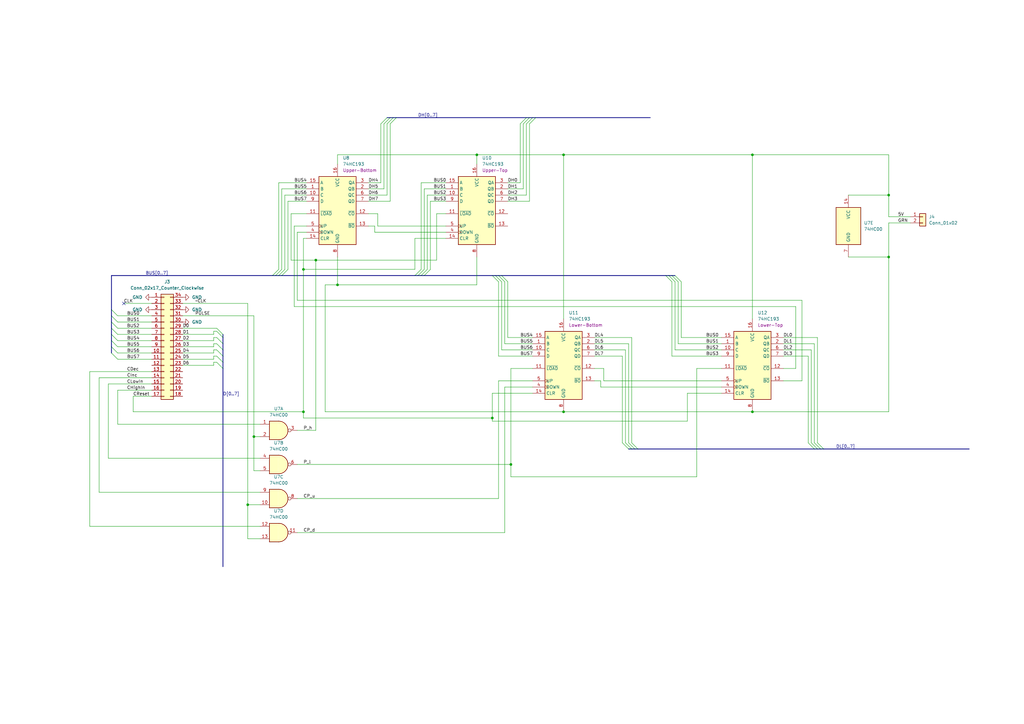
<source format=kicad_sch>
(kicad_sch (version 20250114) (generator "eeschema") (generator_version "9.0")
  (paper "A3")
  (lib_symbols
    (symbol "74xx:74HC00" (pin_names (offset 1.016))
      (property "Reference" "U" (at 0 1.27 0))
      (property "Value" "74HC00" (at 0 -1.27 0))
      (symbol "74HC00_1_1"
        (arc (start 0 3.81) (mid 3.7934 0) (end 0 -3.81) (stroke (width 0.254)) (fill (type background)))
        (polyline (pts (xy 0 3.81) (xy -3.81 3.81) (xy -3.81 -3.81) (xy 0 -3.81)) (stroke (width 0.254)) (fill (type background)))
        (pin input line (at -7.62 2.54 0) (length 3.81) (name "~") (number "1"))
        (pin input line (at -7.62 -2.54 0) (length 3.81) (name "~") (number "2"))
        (pin output inverted (at 7.62 0 180) (length 3.81) (name "~") (number "3"))
      )
      (symbol "74HC00_1_2"
        (arc (start -3.81 3.81) (mid -2.589 0) (end -3.81 -3.81) (stroke (width 0.254)))
        (polyline (pts (xy -3.81 3.81) (xy -0.635 3.81)) (stroke (width 0.254)) (fill (type background)))
        (polyline (pts (xy -3.81 -3.81) (xy -0.635 -3.81)) (stroke (width 0.254)) (fill (type background)))
        (arc (start 3.81 0) (mid 2.1855 -2.584) (end -0.6096 -3.81) (stroke (width 0.254)) (fill (type background)))
        (arc (start -0.6096 3.81) (mid 2.1928 2.5924) (end 3.81 0) (stroke (width 0.254)) (fill (type background)))
        (polyline (pts (xy -0.635 3.81) (xy -3.81 3.81) (xy -3.81 3.81) (xy -3.556 3.4036) (xy -3.0226 2.2606) (xy -2.6924 1.0414) (xy -2.6162 -0.254) (xy -2.7686 -1.4986) (xy -3.175 -2.7178) (xy -3.81 -3.81) (xy -3.81 -3.81) (xy -0.635 -3.81)) (stroke (width -25.4)) (fill (type background)))
        (pin input inverted (at -7.62 2.54 0) (length 4.318) (name "~") (number "1"))
        (pin input inverted (at -7.62 -2.54 0) (length 4.318) (name "~") (number "2"))
        (pin output line (at 7.62 0 180) (length 3.81) (name "~") (number "3"))
      )
      (symbol "74HC00_2_1"
        (arc (start 0 3.81) (mid 3.7934 0) (end 0 -3.81) (stroke (width 0.254)) (fill (type background)))
        (polyline (pts (xy 0 3.81) (xy -3.81 3.81) (xy -3.81 -3.81) (xy 0 -3.81)) (stroke (width 0.254)) (fill (type background)))
        (pin input line (at -7.62 2.54 0) (length 3.81) (name "~") (number "4"))
        (pin input line (at -7.62 -2.54 0) (length 3.81) (name "~") (number "5"))
        (pin output inverted (at 7.62 0 180) (length 3.81) (name "~") (number "6"))
      )
      (symbol "74HC00_2_2"
        (arc (start -3.81 3.81) (mid -2.589 0) (end -3.81 -3.81) (stroke (width 0.254)))
        (polyline (pts (xy -3.81 3.81) (xy -0.635 3.81)) (stroke (width 0.254)) (fill (type background)))
        (polyline (pts (xy -3.81 -3.81) (xy -0.635 -3.81)) (stroke (width 0.254)) (fill (type background)))
        (arc (start 3.81 0) (mid 2.1855 -2.584) (end -0.6096 -3.81) (stroke (width 0.254)) (fill (type background)))
        (arc (start -0.6096 3.81) (mid 2.1928 2.5924) (end 3.81 0) (stroke (width 0.254)) (fill (type background)))
        (polyline (pts (xy -0.635 3.81) (xy -3.81 3.81) (xy -3.81 3.81) (xy -3.556 3.4036) (xy -3.0226 2.2606) (xy -2.6924 1.0414) (xy -2.6162 -0.254) (xy -2.7686 -1.4986) (xy -3.175 -2.7178) (xy -3.81 -3.81) (xy -3.81 -3.81) (xy -0.635 -3.81)) (stroke (width -25.4)) (fill (type background)))
        (pin input inverted (at -7.62 2.54 0) (length 4.318) (name "~") (number "4"))
        (pin input inverted (at -7.62 -2.54 0) (length 4.318) (name "~") (number "5"))
        (pin output line (at 7.62 0 180) (length 3.81) (name "~") (number "6"))
      )
      (symbol "74HC00_3_1"
        (arc (start 0 3.81) (mid 3.7934 0) (end 0 -3.81) (stroke (width 0.254)) (fill (type background)))
        (polyline (pts (xy 0 3.81) (xy -3.81 3.81) (xy -3.81 -3.81) (xy 0 -3.81)) (stroke (width 0.254)) (fill (type background)))
        (pin input line (at -7.62 2.54 0) (length 3.81) (name "~") (number "9"))
        (pin input line (at -7.62 -2.54 0) (length 3.81) (name "~") (number "10"))
        (pin output inverted (at 7.62 0 180) (length 3.81) (name "~") (number "8"))
      )
      (symbol "74HC00_3_2"
        (arc (start -3.81 3.81) (mid -2.589 0) (end -3.81 -3.81) (stroke (width 0.254)))
        (polyline (pts (xy -3.81 3.81) (xy -0.635 3.81)) (stroke (width 0.254)) (fill (type background)))
        (polyline (pts (xy -3.81 -3.81) (xy -0.635 -3.81)) (stroke (width 0.254)) (fill (type background)))
        (arc (start 3.81 0) (mid 2.1855 -2.584) (end -0.6096 -3.81) (stroke (width 0.254)) (fill (type background)))
        (arc (start -0.6096 3.81) (mid 2.1928 2.5924) (end 3.81 0) (stroke (width 0.254)) (fill (type background)))
        (polyline (pts (xy -0.635 3.81) (xy -3.81 3.81) (xy -3.81 3.81) (xy -3.556 3.4036) (xy -3.0226 2.2606) (xy -2.6924 1.0414) (xy -2.6162 -0.254) (xy -2.7686 -1.4986) (xy -3.175 -2.7178) (xy -3.81 -3.81) (xy -3.81 -3.81) (xy -0.635 -3.81)) (stroke (width -25.4)) (fill (type background)))
        (pin input inverted (at -7.62 2.54 0) (length 4.318) (name "~") (number "9"))
        (pin input inverted (at -7.62 -2.54 0) (length 4.318) (name "~") (number "10"))
        (pin output line (at 7.62 0 180) (length 3.81) (name "~") (number "8"))
      )
      (symbol "74HC00_4_1"
        (arc (start 0 3.81) (mid 3.7934 0) (end 0 -3.81) (stroke (width 0.254)) (fill (type background)))
        (polyline (pts (xy 0 3.81) (xy -3.81 3.81) (xy -3.81 -3.81) (xy 0 -3.81)) (stroke (width 0.254)) (fill (type background)))
        (pin input line (at -7.62 2.54 0) (length 3.81) (name "~") (number "12"))
        (pin input line (at -7.62 -2.54 0) (length 3.81) (name "~") (number "13"))
        (pin output inverted (at 7.62 0 180) (length 3.81) (name "~") (number "11"))
      )
      (symbol "74HC00_4_2"
        (arc (start -3.81 3.81) (mid -2.589 0) (end -3.81 -3.81) (stroke (width 0.254)))
        (polyline (pts (xy -3.81 3.81) (xy -0.635 3.81)) (stroke (width 0.254)) (fill (type background)))
        (polyline (pts (xy -3.81 -3.81) (xy -0.635 -3.81)) (stroke (width 0.254)) (fill (type background)))
        (arc (start 3.81 0) (mid 2.1855 -2.584) (end -0.6096 -3.81) (stroke (width 0.254)) (fill (type background)))
        (arc (start -0.6096 3.81) (mid 2.1928 2.5924) (end 3.81 0) (stroke (width 0.254)) (fill (type background)))
        (polyline (pts (xy -0.635 3.81) (xy -3.81 3.81) (xy -3.81 3.81) (xy -3.556 3.4036) (xy -3.0226 2.2606) (xy -2.6924 1.0414) (xy -2.6162 -0.254) (xy -2.7686 -1.4986) (xy -3.175 -2.7178) (xy -3.81 -3.81) (xy -3.81 -3.81) (xy -0.635 -3.81)) (stroke (width -25.4)) (fill (type background)))
        (pin input inverted (at -7.62 2.54 0) (length 4.318) (name "~") (number "12"))
        (pin input inverted (at -7.62 -2.54 0) (length 4.318) (name "~") (number "13"))
        (pin output line (at 7.62 0 180) (length 3.81) (name "~") (number "11"))
      )
      (symbol "74HC00_5_0"
        (pin power_in line (at 0 12.7 270) (length 5.08) (name "VCC") (number "14"))
        (pin power_in line (at 0 -12.7 90) (length 5.08) (name "GND") (number "7"))
      )
      (symbol "74HC00_5_1"
        (rectangle (start -5.08 7.62) (end 5.08 -7.62) (stroke (width 0.254)) (fill (type background)))
      )
    )
    (symbol "74xx:74HC193"
      (property "Reference" "U" (at -7.62 13.97 0))
      (property "Value" "74HC193" (at 5.08 13.97 0))
      (symbol "74HC193_1_0"
        (pin input line (at -12.7 10.16 0) (length 5.08) (name "A") (number "15"))
        (pin input line (at -12.7 7.62 0) (length 5.08) (name "B") (number "1"))
        (pin input line (at -12.7 5.08 0) (length 5.08) (name "C") (number "10"))
        (pin input line (at -12.7 2.54 0) (length 5.08) (name "D") (number "9"))
        (pin input line (at -12.7 -2.54 0) (length 5.08) (name "~{LOAD}") (number "11"))
        (pin input clock (at -12.7 -7.62 0) (length 5.08) (name "UP") (number "5"))
        (pin input clock (at -12.7 -10.16 0) (length 5.08) (name "DOWN") (number "4"))
        (pin input line (at -12.7 -12.7 0) (length 5.08) (name "CLR") (number "14"))
        (pin power_in line (at 0 17.78 270) (length 5.08) (name "VCC") (number "16"))
        (pin power_in line (at 0 -20.32 90) (length 5.08) (name "GND") (number "8"))
        (pin output line (at 12.7 10.16 180) (length 5.08) (name "QA") (number "3"))
        (pin output line (at 12.7 7.62 180) (length 5.08) (name "QB") (number "2"))
        (pin output line (at 12.7 5.08 180) (length 5.08) (name "QC") (number "6"))
        (pin output line (at 12.7 2.54 180) (length 5.08) (name "QD") (number "7"))
        (pin output line (at 12.7 -2.54 180) (length 5.08) (name "~{CO}") (number "12"))
        (pin output line (at 12.7 -7.62 180) (length 5.08) (name "~{BO}") (number "13"))
      )
      (symbol "74HC193_1_1"
        (rectangle (start -7.62 12.7) (end 7.62 -15.24) (stroke (width 0.254)) (fill (type background)))
      )
    )
    (symbol "Connector_Generic:Conn_01x02" (pin_names (offset 1.016) (hide yes))
      (property "Reference" "J" (at 0 2.54 0))
      (property "Value" "Conn_01x02" (at 0 -5.08 0))
      (symbol "Conn_01x02_1_1"
        (rectangle (start -1.27 1.27) (end 1.27 -3.81) (stroke (width 0.254)) (fill (type background)))
        (rectangle (start -1.27 0.127) (end 0 -0.127) (stroke (width 0.1524)))
        (rectangle (start -1.27 -2.413) (end 0 -2.667) (stroke (width 0.1524)))
        (pin passive line (at -5.08 0 0) (length 3.81) (name "Pin_1") (number "1"))
        (pin passive line (at -5.08 -2.54 0) (length 3.81) (name "Pin_2") (number "2"))
      )
    )
    (symbol "Connector_Generic:Conn_02x17_Counter_Clockwise" (pin_names (offset 1.016) (hide yes))
      (property "Reference" "J" (at 1.27 22.86 0))
      (property "Value" "Conn_02x17_Counter_Clockwise" (at 1.27 -22.86 0))
      (symbol "Conn_02x17_Counter_Clockwise_1_1"
        (rectangle (start -1.27 21.59) (end 3.81 -21.59) (stroke (width 0.254)) (fill (type background)))
        (rectangle (start -1.27 20.447) (end 0 20.193) (stroke (width 0.1524)))
        (rectangle (start -1.27 17.907) (end 0 17.653) (stroke (width 0.1524)))
        (rectangle (start -1.27 15.367) (end 0 15.113) (stroke (width 0.1524)))
        (rectangle (start -1.27 12.827) (end 0 12.573) (stroke (width 0.1524)))
        (rectangle (start -1.27 10.287) (end 0 10.033) (stroke (width 0.1524)))
        (rectangle (start -1.27 7.747) (end 0 7.493) (stroke (width 0.1524)))
        (rectangle (start -1.27 5.207) (end 0 4.953) (stroke (width 0.1524)))
        (rectangle (start -1.27 2.667) (end 0 2.413) (stroke (width 0.1524)))
        (rectangle (start -1.27 0.127) (end 0 -0.127) (stroke (width 0.1524)))
        (rectangle (start -1.27 -2.413) (end 0 -2.667) (stroke (width 0.1524)))
        (rectangle (start -1.27 -4.953) (end 0 -5.207) (stroke (width 0.1524)))
        (rectangle (start -1.27 -7.493) (end 0 -7.747) (stroke (width 0.1524)))
        (rectangle (start -1.27 -10.033) (end 0 -10.287) (stroke (width 0.1524)))
        (rectangle (start -1.27 -12.573) (end 0 -12.827) (stroke (width 0.1524)))
        (rectangle (start -1.27 -15.113) (end 0 -15.367) (stroke (width 0.1524)))
        (rectangle (start -1.27 -17.653) (end 0 -17.907) (stroke (width 0.1524)))
        (rectangle (start -1.27 -20.193) (end 0 -20.447) (stroke (width 0.1524)))
        (rectangle (start 3.81 20.447) (end 2.54 20.193) (stroke (width 0.1524)))
        (rectangle (start 3.81 17.907) (end 2.54 17.653) (stroke (width 0.1524)))
        (rectangle (start 3.81 15.367) (end 2.54 15.113) (stroke (width 0.1524)))
        (rectangle (start 3.81 12.827) (end 2.54 12.573) (stroke (width 0.1524)))
        (rectangle (start 3.81 10.287) (end 2.54 10.033) (stroke (width 0.1524)))
        (rectangle (start 3.81 7.747) (end 2.54 7.493) (stroke (width 0.1524)))
        (rectangle (start 3.81 5.207) (end 2.54 4.953) (stroke (width 0.1524)))
        (rectangle (start 3.81 2.667) (end 2.54 2.413) (stroke (width 0.1524)))
        (rectangle (start 3.81 0.127) (end 2.54 -0.127) (stroke (width 0.1524)))
        (rectangle (start 3.81 -2.413) (end 2.54 -2.667) (stroke (width 0.1524)))
        (rectangle (start 3.81 -4.953) (end 2.54 -5.207) (stroke (width 0.1524)))
        (rectangle (start 3.81 -7.493) (end 2.54 -7.747) (stroke (width 0.1524)))
        (rectangle (start 3.81 -10.033) (end 2.54 -10.287) (stroke (width 0.1524)))
        (rectangle (start 3.81 -12.573) (end 2.54 -12.827) (stroke (width 0.1524)))
        (rectangle (start 3.81 -15.113) (end 2.54 -15.367) (stroke (width 0.1524)))
        (rectangle (start 3.81 -17.653) (end 2.54 -17.907) (stroke (width 0.1524)))
        (rectangle (start 3.81 -20.193) (end 2.54 -20.447) (stroke (width 0.1524)))
        (pin passive line (at -5.08 20.32 0) (length 3.81) (name "Pin_1") (number "1"))
        (pin passive line (at -5.08 17.78 0) (length 3.81) (name "Pin_2") (number "2"))
        (pin passive line (at -5.08 15.24 0) (length 3.81) (name "Pin_3") (number "3"))
        (pin passive line (at -5.08 12.7 0) (length 3.81) (name "Pin_4") (number "4"))
        (pin passive line (at -5.08 10.16 0) (length 3.81) (name "Pin_5") (number "5"))
        (pin passive line (at -5.08 7.62 0) (length 3.81) (name "Pin_6") (number "6"))
        (pin passive line (at -5.08 5.08 0) (length 3.81) (name "Pin_7") (number "7"))
        (pin passive line (at -5.08 2.54 0) (length 3.81) (name "Pin_8") (number "8"))
        (pin passive line (at -5.08 0 0) (length 3.81) (name "Pin_9") (number "9"))
        (pin passive line (at -5.08 -2.54 0) (length 3.81) (name "Pin_10") (number "10"))
        (pin passive line (at -5.08 -5.08 0) (length 3.81) (name "Pin_11") (number "11"))
        (pin passive line (at -5.08 -7.62 0) (length 3.81) (name "Pin_12") (number "12"))
        (pin passive line (at -5.08 -10.16 0) (length 3.81) (name "Pin_13") (number "13"))
        (pin passive line (at -5.08 -12.7 0) (length 3.81) (name "Pin_14") (number "14"))
        (pin passive line (at -5.08 -15.24 0) (length 3.81) (name "Pin_15") (number "15"))
        (pin passive line (at -5.08 -17.78 0) (length 3.81) (name "Pin_16") (number "16"))
        (pin passive line (at -5.08 -20.32 0) (length 3.81) (name "Pin_17") (number "17"))
        (pin passive line (at 7.62 20.32 180) (length 3.81) (name "Pin_34") (number "34"))
        (pin passive line (at 7.62 17.78 180) (length 3.81) (name "Pin_33") (number "33"))
        (pin passive line (at 7.62 15.24 180) (length 3.81) (name "Pin_32") (number "32"))
        (pin passive line (at 7.62 12.7 180) (length 3.81) (name "Pin_31") (number "31"))
        (pin passive line (at 7.62 10.16 180) (length 3.81) (name "Pin_30") (number "30"))
        (pin passive line (at 7.62 7.62 180) (length 3.81) (name "Pin_29") (number "29"))
        (pin passive line (at 7.62 5.08 180) (length 3.81) (name "Pin_28") (number "28"))
        (pin passive line (at 7.62 2.54 180) (length 3.81) (name "Pin_27") (number "27"))
        (pin passive line (at 7.62 0 180) (length 3.81) (name "Pin_26") (number "26"))
        (pin passive line (at 7.62 -2.54 180) (length 3.81) (name "Pin_25") (number "25"))
        (pin passive line (at 7.62 -5.08 180) (length 3.81) (name "Pin_24") (number "24"))
        (pin passive line (at 7.62 -7.62 180) (length 3.81) (name "Pin_23") (number "23"))
        (pin passive line (at 7.62 -10.16 180) (length 3.81) (name "Pin_22") (number "22"))
        (pin passive line (at 7.62 -12.7 180) (length 3.81) (name "Pin_21") (number "21"))
        (pin passive line (at 7.62 -15.24 180) (length 3.81) (name "Pin_20") (number "20"))
        (pin passive line (at 7.62 -17.78 180) (length 3.81) (name "Pin_19") (number "19"))
        (pin passive line (at 7.62 -20.32 180) (length 3.81) (name "Pin_18") (number "18"))
      )
    )
    (symbol "power:GND" (power) (pin_numbers (hide yes)) (pin_names (offset 0) (hide yes))
      (property "Value" "GND" (at 0 -3.81 0))
      (symbol "GND_0_1"
        (polyline (pts (xy 0 0) (xy 0 -1.27) (xy 1.27 -1.27) (xy 0 -2.54) (xy -1.27 -1.27) (xy 0 -1.27)))
      )
      (symbol "GND_1_1"
        (pin power_in line (at 0 0 270) (length 0) (name "~") (number "1"))
      )
    )
  )
  (junction (at 308.61 63.5))
  (junction (at 101.6 207.01))
  (junction (at 201.93 171.45))
  (junction (at 124.46 110.49))
  (junction (at 364.49 105.41))
  (junction (at 104.14 179.07))
  (junction (at 364.49 80.01))
  (junction (at 195.58 63.5))
  (junction (at 129.54 106.68))
  (junction (at 308.61 168.91))
  (junction (at 138.43 116.84))
  (junction (at 231.14 63.5))
  (junction (at 209.55 190.5))
  (junction (at 124.46 168.91))
  (junction (at 231.14 168.91))
  (no_connect (at 50.8 124.46))
  (bus_entry (at 114.3 113.03) (size 2.54 -2.54))
  (bus_entry (at 113.03 113.03) (size 2.54 -2.54))
  (bus_entry (at 173.99 113.03) (size 2.54 -2.54))
  (bus_entry (at 45.72 127) (size 2.54 2.54))
  (bus_entry (at 172.72 113.03) (size 2.54 -2.54))
  (bus_entry (at 45.72 137.16) (size 2.54 2.54))
  (bus_entry (at 160.02 48.26) (size -2.54 2.54))
  (bus_entry (at 91.44 148.59) (size -2.54 -2.54))
  (bus_entry (at 91.44 137.16) (size -2.54 -2.54))
  (bus_entry (at 273.05 113.03) (size 2.54 2.54))
  (bus_entry (at 171.45 113.03) (size 2.54 -2.54))
  (bus_entry (at 204.47 113.03) (size 2.54 2.54))
  (bus_entry (at 335.28 184.15) (size -2.54 -2.54))
  (bus_entry (at 45.72 134.62) (size 2.54 2.54))
  (bus_entry (at 45.72 139.7) (size 2.54 2.54))
  (bus_entry (at 115.57 113.03) (size 2.54 -2.54))
  (bus_entry (at 205.74 113.03) (size 2.54 2.54))
  (bus_entry (at 259.08 184.15) (size -2.54 -2.54))
  (bus_entry (at 218.44 48.26) (size -2.54 2.54))
  (bus_entry (at 215.9 48.26) (size -2.54 2.54))
  (bus_entry (at 276.86 113.03) (size 2.54 2.54))
  (bus_entry (at 261.62 184.15) (size -2.54 -2.54))
  (bus_entry (at 203.2 113.03) (size 2.54 2.54))
  (bus_entry (at 91.44 140.97) (size -2.54 -2.54))
  (bus_entry (at 170.18 113.03) (size 2.54 -2.54))
  (bus_entry (at 111.76 113.03) (size 2.54 -2.54))
  (bus_entry (at 260.35 184.15) (size -2.54 -2.54))
  (bus_entry (at 217.17 48.26) (size -2.54 2.54))
  (bus_entry (at 91.44 146.05) (size -2.54 -2.54))
  (bus_entry (at 257.81 184.15) (size -2.54 -2.54))
  (bus_entry (at 158.75 48.26) (size -2.54 2.54))
  (bus_entry (at 45.72 129.54) (size 2.54 2.54))
  (bus_entry (at 45.72 142.24) (size 2.54 2.54))
  (bus_entry (at 334.01 184.15) (size -2.54 -2.54))
  (bus_entry (at 45.72 144.78) (size 2.54 2.54))
  (bus_entry (at 45.72 132.08) (size 2.54 2.54))
  (bus_entry (at 162.56 48.26) (size -2.54 2.54))
  (bus_entry (at 91.44 143.51) (size -2.54 -2.54))
  (bus_entry (at 274.32 113.03) (size 2.54 2.54))
  (bus_entry (at 337.82 184.15) (size -2.54 -2.54))
  (bus_entry (at 161.29 48.26) (size -2.54 2.54))
  (bus_entry (at 91.44 151.13) (size -2.54 -2.54))
  (bus_entry (at 219.71 48.26) (size -2.54 2.54))
  (bus_entry (at 336.55 184.15) (size -2.54 -2.54))
  (bus_entry (at 275.59 113.03) (size 2.54 2.54))
  (bus_entry (at 201.93 113.03) (size 2.54 2.54))
  (bus_entry (at 91.44 138.43) (size -2.54 -2.54))
  (wire (pts (xy 204.47 156.21) (xy 218.44 156.21)))
  (wire (pts (xy 243.84 151.13) (xy 247.65 151.13)))
  (wire (pts (xy 87.63 148.59) (xy 88.9 148.59)))
  (bus (pts (xy 45.72 139.7) (xy 45.72 142.24)))
  (wire (pts (xy 120.65 125.73) (xy 120.65 92.71)))
  (wire (pts (xy 116.84 110.49) (xy 116.84 80.01)))
  (bus (pts (xy 91.44 138.43) (xy 91.44 140.97)))
  (wire (pts (xy 121.92 176.53) (xy 129.54 176.53)))
  (wire (pts (xy 36.83 215.9) (xy 106.68 215.9)))
  (wire (pts (xy 201.93 161.29) (xy 218.44 161.29)))
  (wire (pts (xy 87.63 137.16) (xy 74.93 137.16)))
  (wire (pts (xy 179.07 106.68) (xy 179.07 87.63)))
  (bus (pts (xy 257.81 184.15) (xy 259.08 184.15)))
  (bus (pts (xy 45.72 132.08) (xy 45.72 134.62)))
  (wire (pts (xy 119.38 87.63) (xy 125.73 87.63)))
  (wire (pts (xy 154.94 92.71) (xy 154.94 87.63)))
  (wire (pts (xy 54.61 162.56) (xy 54.61 168.91)))
  (bus (pts (xy 91.44 148.59) (xy 91.44 151.13)))
  (bus (pts (xy 219.71 48.26) (xy 266.7 48.26)))
  (wire (pts (xy 208.28 138.43) (xy 218.44 138.43)))
  (wire (pts (xy 124.46 97.79) (xy 125.73 97.79)))
  (bus (pts (xy 335.28 184.15) (xy 336.55 184.15)))
  (wire (pts (xy 182.88 95.25) (xy 153.67 95.25)))
  (wire (pts (xy 114.3 110.49) (xy 114.3 74.93)))
  (wire (pts (xy 133.35 116.84) (xy 138.43 116.84)))
  (wire (pts (xy 157.48 50.8) (xy 157.48 77.47)))
  (wire (pts (xy 48.26 144.78) (xy 62.23 144.78)))
  (wire (pts (xy 331.47 181.61) (xy 331.47 146.05)))
  (wire (pts (xy 207.01 115.57) (xy 207.01 140.97)))
  (wire (pts (xy 36.83 152.4) (xy 36.83 215.9)))
  (wire (pts (xy 278.13 115.57) (xy 278.13 140.97)))
  (wire (pts (xy 87.63 143.51) (xy 87.63 144.78)))
  (wire (pts (xy 74.93 134.62) (xy 88.9 134.62)))
  (bus (pts (xy 91.44 140.97) (xy 91.44 143.51)))
  (bus (pts (xy 273.05 113.03) (xy 274.32 113.03)))
  (bus (pts (xy 259.08 184.15) (xy 260.35 184.15)))
  (wire (pts (xy 331.47 146.05) (xy 321.31 146.05)))
  (wire (pts (xy 217.17 82.55) (xy 208.28 82.55)))
  (wire (pts (xy 364.49 168.91) (xy 364.49 105.41)))
  (wire (pts (xy 129.54 106.68) (xy 179.07 106.68)))
  (wire (pts (xy 208.28 115.57) (xy 208.28 138.43)))
  (wire (pts (xy 158.75 50.8) (xy 158.75 80.01)))
  (wire (pts (xy 275.59 115.57) (xy 275.59 146.05)))
  (wire (pts (xy 138.43 116.84) (xy 195.58 116.84)))
  (bus (pts (xy 173.99 113.03) (xy 201.93 113.03)))
  (wire (pts (xy 48.26 142.24) (xy 62.23 142.24)))
  (wire (pts (xy 215.9 50.8) (xy 215.9 80.01)))
  (bus (pts (xy 334.01 184.15) (xy 335.28 184.15)))
  (wire (pts (xy 364.49 88.9) (xy 373.38 88.9)))
  (wire (pts (xy 87.63 143.51) (xy 88.9 143.51)))
  (wire (pts (xy 279.4 138.43) (xy 295.91 138.43)))
  (wire (pts (xy 285.75 151.13) (xy 295.91 151.13)))
  (wire (pts (xy 259.08 181.61) (xy 259.08 138.43)))
  (wire (pts (xy 256.54 143.51) (xy 243.84 143.51)))
  (wire (pts (xy 214.63 77.47) (xy 208.28 77.47)))
  (bus (pts (xy 172.72 113.03) (xy 173.99 113.03)))
  (wire (pts (xy 175.26 110.49) (xy 175.26 80.01)))
  (wire (pts (xy 87.63 138.43) (xy 88.9 138.43)))
  (wire (pts (xy 87.63 138.43) (xy 87.63 139.7)))
  (bus (pts (xy 45.72 129.54) (xy 45.72 132.08)))
  (wire (pts (xy 334.01 140.97) (xy 321.31 140.97)))
  (wire (pts (xy 54.61 168.91) (xy 124.46 168.91)))
  (bus (pts (xy 91.44 146.05) (xy 91.44 148.59)))
  (bus (pts (xy 261.62 184.15) (xy 334.01 184.15)))
  (bus (pts (xy 45.72 113.03) (xy 111.76 113.03)))
  (wire (pts (xy 54.61 162.56) (xy 62.23 162.56)))
  (wire (pts (xy 48.26 173.99) (xy 106.68 173.99)))
  (bus (pts (xy 336.55 184.15) (xy 337.82 184.15)))
  (wire (pts (xy 215.9 80.01) (xy 208.28 80.01)))
  (wire (pts (xy 213.36 74.93) (xy 208.28 74.93)))
  (wire (pts (xy 160.02 50.8) (xy 160.02 82.55)))
  (wire (pts (xy 121.92 123.19) (xy 121.92 95.25)))
  (bus (pts (xy 275.59 113.03) (xy 276.86 113.03)))
  (wire (pts (xy 364.49 105.41) (xy 364.49 91.44)))
  (bus (pts (xy 201.93 113.03) (xy 203.2 113.03)))
  (wire (pts (xy 207.01 140.97) (xy 218.44 140.97)))
  (bus (pts (xy 274.32 113.03) (xy 275.59 113.03)))
  (wire (pts (xy 151.13 92.71) (xy 153.67 92.71)))
  (bus (pts (xy 170.18 113.03) (xy 171.45 113.03)))
  (wire (pts (xy 247.65 156.21) (xy 295.91 156.21)))
  (wire (pts (xy 170.18 110.49) (xy 170.18 97.79)))
  (wire (pts (xy 87.63 146.05) (xy 88.9 146.05)))
  (bus (pts (xy 171.45 113.03) (xy 172.72 113.03)))
  (bus (pts (xy 162.56 48.26) (xy 161.29 48.26)))
  (wire (pts (xy 121.92 95.25) (xy 125.73 95.25)))
  (wire (pts (xy 347.98 80.01) (xy 364.49 80.01)))
  (wire (pts (xy 214.63 50.8) (xy 214.63 77.47)))
  (wire (pts (xy 156.21 74.93) (xy 151.13 74.93)))
  (wire (pts (xy 278.13 140.97) (xy 295.91 140.97)))
  (bus (pts (xy 114.3 113.03) (xy 115.57 113.03)))
  (wire (pts (xy 364.49 80.01) (xy 364.49 88.9)))
  (wire (pts (xy 40.64 154.94) (xy 40.64 201.93)))
  (wire (pts (xy 115.57 110.49) (xy 115.57 77.47)))
  (wire (pts (xy 151.13 87.63) (xy 154.94 87.63)))
  (wire (pts (xy 257.81 140.97) (xy 243.84 140.97)))
  (wire (pts (xy 124.46 110.49) (xy 124.46 97.79)))
  (wire (pts (xy 129.54 176.53) (xy 129.54 106.68)))
  (bus (pts (xy 218.44 48.26) (xy 217.17 48.26)))
  (bus (pts (xy 91.44 151.13) (xy 91.44 232.41)))
  (bus (pts (xy 111.76 113.03) (xy 113.03 113.03)))
  (bus (pts (xy 203.2 113.03) (xy 204.47 113.03)))
  (wire (pts (xy 62.23 154.94) (xy 40.64 154.94)))
  (wire (pts (xy 101.6 207.01) (xy 101.6 220.98)))
  (wire (pts (xy 104.14 179.07) (xy 106.68 179.07)))
  (wire (pts (xy 308.61 168.91) (xy 364.49 168.91)))
  (wire (pts (xy 124.46 171.45) (xy 201.93 171.45)))
  (wire (pts (xy 259.08 138.43) (xy 243.84 138.43)))
  (wire (pts (xy 204.47 115.57) (xy 204.47 146.05)))
  (wire (pts (xy 255.27 146.05) (xy 243.84 146.05)))
  (wire (pts (xy 205.74 143.51) (xy 218.44 143.51)))
  (wire (pts (xy 74.93 129.54) (xy 104.14 129.54)))
  (wire (pts (xy 243.84 156.21) (xy 246.38 156.21)))
  (wire (pts (xy 213.36 50.8) (xy 213.36 74.93)))
  (wire (pts (xy 101.6 207.01) (xy 106.68 207.01)))
  (wire (pts (xy 207.01 158.75) (xy 218.44 158.75)))
  (wire (pts (xy 328.93 156.21) (xy 328.93 123.19)))
  (bus (pts (xy 45.72 137.16) (xy 45.72 139.7)))
  (wire (pts (xy 116.84 80.01) (xy 125.73 80.01)))
  (bus (pts (xy 337.82 184.15) (xy 397.51 184.15)))
  (wire (pts (xy 138.43 105.41) (xy 138.43 116.84)))
  (wire (pts (xy 50.8 124.46) (xy 62.23 124.46)))
  (wire (pts (xy 133.35 168.91) (xy 133.35 116.84)))
  (wire (pts (xy 201.93 172.72) (xy 201.93 171.45)))
  (wire (pts (xy 87.63 135.89) (xy 88.9 135.89)))
  (wire (pts (xy 217.17 50.8) (xy 217.17 82.55)))
  (bus (pts (xy 161.29 48.26) (xy 160.02 48.26)))
  (wire (pts (xy 120.65 92.71) (xy 125.73 92.71)))
  (wire (pts (xy 257.81 181.61) (xy 257.81 140.97)))
  (wire (pts (xy 129.54 106.68) (xy 119.38 106.68)))
  (wire (pts (xy 74.93 124.46) (xy 101.6 124.46)))
  (bus (pts (xy 204.47 113.03) (xy 205.74 113.03)))
  (bus (pts (xy 45.72 127) (xy 45.72 113.03)))
  (wire (pts (xy 276.86 143.51) (xy 295.91 143.51)))
  (wire (pts (xy 153.67 95.25) (xy 153.67 92.71)))
  (wire (pts (xy 104.14 129.54) (xy 104.14 179.07)))
  (wire (pts (xy 321.31 151.13) (xy 326.39 151.13)))
  (wire (pts (xy 332.74 181.61) (xy 332.74 143.51)))
  (wire (pts (xy 328.93 123.19) (xy 121.92 123.19)))
  (wire (pts (xy 87.63 135.89) (xy 87.63 137.16)))
  (wire (pts (xy 334.01 181.61) (xy 334.01 140.97)))
  (wire (pts (xy 326.39 151.13) (xy 326.39 125.73)))
  (wire (pts (xy 246.38 158.75) (xy 246.38 156.21)))
  (wire (pts (xy 195.58 63.5) (xy 195.58 67.31)))
  (wire (pts (xy 87.63 147.32) (xy 74.93 147.32)))
  (wire (pts (xy 276.86 115.57) (xy 276.86 143.51)))
  (wire (pts (xy 104.14 179.07) (xy 104.14 193.04)))
  (wire (pts (xy 231.14 168.91) (xy 308.61 168.91)))
  (wire (pts (xy 347.98 105.41) (xy 364.49 105.41)))
  (wire (pts (xy 182.88 92.71) (xy 154.94 92.71)))
  (bus (pts (xy 160.02 48.26) (xy 158.75 48.26)))
  (wire (pts (xy 87.63 149.86) (xy 74.93 149.86)))
  (wire (pts (xy 87.63 144.78) (xy 74.93 144.78)))
  (bus (pts (xy 219.71 48.26) (xy 218.44 48.26)))
  (wire (pts (xy 279.4 115.57) (xy 279.4 138.43)))
  (wire (pts (xy 119.38 106.68) (xy 119.38 87.63)))
  (wire (pts (xy 87.63 142.24) (xy 74.93 142.24)))
  (bus (pts (xy 217.17 48.26) (xy 215.9 48.26)))
  (wire (pts (xy 62.23 152.4) (xy 36.83 152.4)))
  (wire (pts (xy 170.18 97.79) (xy 182.88 97.79)))
  (wire (pts (xy 115.57 77.47) (xy 125.73 77.47)))
  (wire (pts (xy 87.63 148.59) (xy 87.63 149.86)))
  (wire (pts (xy 114.3 74.93) (xy 125.73 74.93)))
  (wire (pts (xy 231.14 168.91) (xy 133.35 168.91)))
  (wire (pts (xy 275.59 146.05) (xy 295.91 146.05)))
  (wire (pts (xy 308.61 63.5) (xy 364.49 63.5)))
  (wire (pts (xy 321.31 156.21) (xy 328.93 156.21)))
  (wire (pts (xy 207.01 218.44) (xy 207.01 158.75)))
  (wire (pts (xy 124.46 168.91) (xy 124.46 171.45)))
  (bus (pts (xy 115.57 113.03) (xy 170.18 113.03)))
  (wire (pts (xy 326.39 125.73) (xy 120.65 125.73)))
  (wire (pts (xy 87.63 140.97) (xy 88.9 140.97)))
  (wire (pts (xy 124.46 110.49) (xy 170.18 110.49)))
  (wire (pts (xy 40.64 201.93) (xy 106.68 201.93)))
  (bus (pts (xy 45.72 142.24) (xy 45.72 144.78)))
  (wire (pts (xy 87.63 139.7) (xy 74.93 139.7)))
  (wire (pts (xy 209.55 190.5) (xy 209.55 195.58)))
  (bus (pts (xy 91.44 143.51) (xy 91.44 146.05)))
  (wire (pts (xy 295.91 158.75) (xy 246.38 158.75)))
  (wire (pts (xy 156.21 50.8) (xy 156.21 74.93)))
  (wire (pts (xy 209.55 151.13) (xy 218.44 151.13)))
  (wire (pts (xy 204.47 146.05) (xy 218.44 146.05)))
  (wire (pts (xy 138.43 63.5) (xy 195.58 63.5)))
  (wire (pts (xy 48.26 129.54) (xy 62.23 129.54)))
  (wire (pts (xy 281.94 172.72) (xy 281.94 161.29)))
  (wire (pts (xy 255.27 181.61) (xy 255.27 146.05)))
  (wire (pts (xy 157.48 77.47) (xy 151.13 77.47)))
  (wire (pts (xy 204.47 204.47) (xy 204.47 156.21)))
  (wire (pts (xy 285.75 195.58) (xy 285.75 151.13)))
  (wire (pts (xy 173.99 110.49) (xy 173.99 77.47)))
  (wire (pts (xy 176.53 82.55) (xy 182.88 82.55)))
  (wire (pts (xy 209.55 151.13) (xy 209.55 190.5)))
  (wire (pts (xy 195.58 105.41) (xy 195.58 116.84)))
  (wire (pts (xy 231.14 63.5) (xy 231.14 130.81)))
  (wire (pts (xy 104.14 193.04) (xy 106.68 193.04)))
  (wire (pts (xy 195.58 63.5) (xy 231.14 63.5)))
  (wire (pts (xy 364.49 91.44) (xy 373.38 91.44)))
  (bus (pts (xy 113.03 113.03) (xy 114.3 113.03)))
  (bus (pts (xy 162.56 48.26) (xy 215.9 48.26)))
  (wire (pts (xy 62.23 157.48) (xy 44.45 157.48)))
  (wire (pts (xy 231.14 63.5) (xy 308.61 63.5)))
  (wire (pts (xy 256.54 181.61) (xy 256.54 143.51)))
  (wire (pts (xy 173.99 77.47) (xy 182.88 77.47)))
  (wire (pts (xy 118.11 82.55) (xy 125.73 82.55)))
  (wire (pts (xy 172.72 74.93) (xy 182.88 74.93)))
  (wire (pts (xy 335.28 181.61) (xy 335.28 138.43)))
  (bus (pts (xy 205.74 113.03) (xy 273.05 113.03)))
  (wire (pts (xy 106.68 220.98) (xy 101.6 220.98)))
  (wire (pts (xy 332.74 143.51) (xy 321.31 143.51)))
  (wire (pts (xy 160.02 82.55) (xy 151.13 82.55)))
  (wire (pts (xy 172.72 110.49) (xy 172.72 74.93)))
  (wire (pts (xy 138.43 67.31) (xy 138.43 63.5)))
  (bus (pts (xy 260.35 184.15) (xy 261.62 184.15)))
  (wire (pts (xy 87.63 140.97) (xy 87.63 142.24)))
  (wire (pts (xy 118.11 110.49) (xy 118.11 82.55)))
  (wire (pts (xy 48.26 147.32) (xy 62.23 147.32)))
  (bus (pts (xy 45.72 127) (xy 45.72 129.54)))
  (wire (pts (xy 62.23 160.02) (xy 48.26 160.02)))
  (wire (pts (xy 176.53 110.49) (xy 176.53 82.55)))
  (wire (pts (xy 335.28 138.43) (xy 321.31 138.43)))
  (wire (pts (xy 121.92 218.44) (xy 207.01 218.44)))
  (wire (pts (xy 179.07 87.63) (xy 182.88 87.63)))
  (wire (pts (xy 48.26 160.02) (xy 48.26 173.99)))
  (wire (pts (xy 48.26 139.7) (xy 62.23 139.7)))
  (wire (pts (xy 175.26 80.01) (xy 182.88 80.01)))
  (wire (pts (xy 44.45 187.96) (xy 106.68 187.96)))
  (wire (pts (xy 44.45 157.48) (xy 44.45 187.96)))
  (wire (pts (xy 48.26 134.62) (xy 62.23 134.62)))
  (wire (pts (xy 281.94 161.29) (xy 295.91 161.29)))
  (bus (pts (xy 91.44 137.16) (xy 91.44 138.43)))
  (wire (pts (xy 201.93 171.45) (xy 201.93 161.29)))
  (wire (pts (xy 121.92 190.5) (xy 209.55 190.5)))
  (wire (pts (xy 87.63 146.05) (xy 87.63 147.32)))
  (wire (pts (xy 247.65 151.13) (xy 247.65 156.21)))
  (wire (pts (xy 364.49 63.5) (xy 364.49 80.01)))
  (wire (pts (xy 205.74 115.57) (xy 205.74 143.51)))
  (wire (pts (xy 209.55 195.58) (xy 285.75 195.58)))
  (wire (pts (xy 201.93 172.72) (xy 281.94 172.72)))
  (wire (pts (xy 48.26 137.16) (xy 62.23 137.16)))
  (wire (pts (xy 101.6 124.46) (xy 101.6 207.01)))
  (wire (pts (xy 308.61 63.5) (xy 308.61 130.81)))
  (bus (pts (xy 45.72 134.62) (xy 45.72 137.16)))
  (wire (pts (xy 124.46 110.49) (xy 124.46 168.91)))
  (wire (pts (xy 121.92 204.47) (xy 204.47 204.47)))
  (wire (pts (xy 158.75 80.01) (xy 151.13 80.01)))
  (wire (pts (xy 48.26 132.08) (xy 62.23 132.08)))
  (label "DL[0..7]" (at 342.9 184.15 0))
  (label "CP_d" (at 124.46 218.44 0))
  (label "D1" (at 74.93 137.16 0))
  (label "BUS6" (at 120.65 80.01 0))
  (label "BUS2" (at 289.56 143.51 0))
  (label "D2" (at 74.93 139.7 0))
  (label "BUS5" (at 52.07 142.24 0))
  (label "CP_u" (at 124.46 204.47 0))
  (label "BUS7" (at 213.36 146.05 0))
  (label "BUS3" (at 289.56 146.05 0))
  (label "DL3" (at 321.31 146.05 0))
  (label "GRN" (at 368.3 91.44 0))
  (label "DL4" (at 243.84 138.43 0))
  (label "DH[0..7]" (at 171.45 48.26 0))
  (label "~CLK" (at 80.01 124.46 0))
  (label "BUS0" (at 289.56 138.43 0))
  (label "BUS6" (at 52.07 144.78 0))
  (label "DH1" (at 208.28 77.47 0))
  (label "DH4" (at 151.13 74.93 0))
  (label "D[0..7]" (at 91.44 162.56 0))
  (label "BUS1" (at 289.56 140.97 0))
  (label "D6" (at 74.93 149.86 0))
  (label "P_l" (at 124.46 190.5 0))
  (label "BUS2" (at 177.8 80.01 0))
  (label "BUS7" (at 52.07 147.32 0))
  (label "D0" (at 74.93 134.62 0))
  (label "PULSE" (at 80.01 129.54 0))
  (label "CDec" (at 52.07 152.4 0))
  (label "CLK" (at 50.8 124.46 0))
  (label "DL1" (at 321.31 140.97 0))
  (label "5V" (at 368.3 88.9 0))
  (label "BUS5" (at 120.65 77.47 0))
  (label "DH7" (at 151.13 82.55 0))
  (label "P_h" (at 124.46 176.53 0))
  (label "BUS7" (at 120.65 82.55 0))
  (label "D5" (at 74.93 147.32 0))
  (label "CReset" (at 54.61 162.56 0))
  (label "DL6" (at 243.84 143.51 0))
  (label "D4" (at 74.93 144.78 0))
  (label "D3" (at 74.93 142.24 0))
  (label "BUS[0..7]" (at 59.69 113.03 0))
  (label "DH0" (at 208.28 74.93 0))
  (label "BUS3" (at 177.8 82.55 0))
  (label "BUS0" (at 177.8 74.93 0))
  (label "DH5" (at 151.13 77.47 0))
  (label "DH2" (at 208.28 80.01 0))
  (label "BUS0" (at 52.07 129.54 0))
  (label "CLowIn" (at 52.07 157.48 0))
  (label "BUS1" (at 177.8 77.47 0))
  (label "DL0" (at 321.31 138.43 0))
  (label "BUS1" (at 52.07 132.08 0))
  (label "BUS4" (at 52.07 139.7 0))
  (label "DL5" (at 243.84 140.97 0))
  (label "DH3" (at 208.28 82.55 0))
  (label "DL2" (at 321.31 143.51 0))
  (label "CHighIn" (at 52.07 160.02 0))
  (label "BUS3" (at 52.07 137.16 0))
  (label "BUS2" (at 52.0205 134.62 0))
  (label "CInc" (at 52.07 154.94 0))
  (label "DL7" (at 243.84 146.05 0))
  (label "BUS4" (at 120.65 74.93 0))
  (label "BUS6" (at 213.36 143.51 0))
  (label "DH6" (at 151.13 80.01 0))
  (label "BUS5" (at 213.36 140.97 0))
  (label "BUS4" (at 213.36 138.43 0))
  (symbol (lib_id "power:GND") (at 62.23 121.92 270) (unit 1)
    (property "Reference" "#PWR06" (effects (hide yes)))
    (property "Value" "GND" (at 58.42 121.9199 90) (effects (justify right)))
    (property "Description" "Power symbol creates a global label with name \"GND\" , ground" (effects (hide yes)))
  )
  (symbol (lib_id "74xx:74HC00") (at 347.98 92.71 0) (unit 5)
    (property "Reference" "U7" (at 354.33 91.4399 0) (effects (justify left)))
    (property "Value" "74HC00" (at 354.33 93.9799 0) (effects (justify left)))
    (property "Datasheet" "http://www.ti.com/lit/gpn/sn74hc00" (effects (hide yes)))
    (property "Description" "quad 2-input NAND gate" (effects (hide yes)))
  )
  (symbol (lib_id "power:GND") (at 74.93 132.08 90) (unit 1)
    (property "Reference" "#PWR010" (effects (hide yes)))
    (property "Value" "GND" (at 78.74 132.0799 90) (effects (justify right)))
    (property "Description" "Power symbol creates a global label with name \"GND\" , ground" (effects (hide yes)))
  )
  (symbol (lib_id "Connector_Generic:Conn_01x02") (at 378.46 88.9 0) (unit 1)
    (property "Reference" "J4" (at 381 88.8999 0) (effects (justify left)))
    (property "Value" "Conn_01x02" (at 381 91.4399 0) (effects (justify left)))
    (property "Description" "Generic connector, single row, 01x02, script generated (kicad-library-utils/schlib/autogen/connector/)" (effects (hide yes)))
  )
  (symbol (lib_id "74xx:74HC193") (at 195.58 85.09 0) (unit 1)
    (property "Reference" "U10" (at 197.7233 64.77 0) (effects (justify left)))
    (property "Value" "74HC193" (at 197.7233 67.31 0) (effects (justify left)))
    (property "Footprint" "Package_DIP:DIP-16_W7.62mm_Socket_LongPads" (effects (hide yes)))
    (property "Datasheet" "https://assets.nexperia.com/documents/data-sheet/74HC_HCT193.pdf" (effects (hide yes)))
    (property "Description" "Synchronous 4-bit Up/Down (2 clk) counter" (effects (hide yes)))
    (property "Type" "Upper-Top" (at 197.7233 69.85 0) (effects (justify left)))
  )
  (symbol (lib_id "Connector_Generic:Conn_02x17_Counter_Clockwise") (at 67.31 142.24 0) (unit 1)
    (property "Reference" "J3" (at 68.58 115.57 0))
    (property "Value" "Conn_02x17_Counter_Clockwise" (at 68.58 118.11 0))
    (property "Description" "Generic connector, double row, 02x17, counter clockwise pin numbering scheme (similar to DIP package numbering), script generated (kicad-library-utils/schlib/autogen/connector/)" (effects (hide yes)))
  )
  (symbol (lib_id "74xx:74HC193") (at 308.61 148.59 0) (unit 1)
    (property "Reference" "U12" (at 310.7533 128.27 0) (effects (justify left)))
    (property "Value" "74HC193" (at 310.7533 130.81 0) (effects (justify left)))
    (property "Footprint" "Package_DIP:DIP-16_W7.62mm_Socket_LongPads" (effects (hide yes)))
    (property "Datasheet" "https://assets.nexperia.com/documents/data-sheet/74HC_HCT193.pdf" (effects (hide yes)))
    (property "Description" "Synchronous 4-bit Up/Down (2 clk) counter" (effects (hide yes)))
    (property "Type" "Lower-Top" (at 310.7533 133.35 0) (effects (justify left)))
  )
  (symbol (lib_id "74xx:74HC193") (at 231.14 148.59 0) (unit 1)
    (property "Reference" "U11" (at 233.2833 128.27 0) (effects (justify left)))
    (property "Value" "74HC193" (at 233.2833 130.81 0) (effects (justify left)))
    (property "Footprint" "Package_DIP:DIP-16_W7.62mm_Socket_LongPads" (effects (hide yes)))
    (property "Datasheet" "https://assets.nexperia.com/documents/data-sheet/74HC_HCT193.pdf" (effects (hide yes)))
    (property "Description" "Synchronous 4-bit Up/Down (2 clk) counter" (effects (hide yes)))
    (property "Type" "Lower-Bottom" (at 233.2833 133.35 0) (effects (justify left)))
  )
  (symbol (lib_id "74xx:74HC193") (at 138.43 85.09 0) (unit 1)
    (property "Reference" "U8" (at 140.5733 64.77 0) (effects (justify left)))
    (property "Value" "74HC193" (at 140.5733 67.31 0) (effects (justify left)))
    (property "Footprint" "Package_DIP:DIP-16_W7.62mm_Socket_LongPads" (effects (hide yes)))
    (property "Datasheet" "https://assets.nexperia.com/documents/data-sheet/74HC_HCT193.pdf" (effects (hide yes)))
    (property "Description" "Synchronous 4-bit Up/Down (2 clk) counter" (effects (hide yes)))
    (property "Type" "Upper-Bottom" (at 140.5733 69.85 0) (effects (justify left)))
  )
  (symbol (lib_id "74xx:74HC00") (at 114.3 176.53 0) (unit 1)
    (property "Reference" "U7" (at 114.2917 167.64 0))
    (property "Value" "74HC00" (at 114.2917 170.18 0))
    (property "Datasheet" "http://www.ti.com/lit/gpn/sn74hc00" (effects (hide yes)))
    (property "Description" "quad 2-input NAND gate" (effects (hide yes)))
  )
  (symbol (lib_id "74xx:74HC00") (at 114.3 190.5 0) (unit 2)
    (property "Reference" "U7" (at 114.2917 181.61 0))
    (property "Value" "74HC00" (at 114.2917 184.15 0))
    (property "Datasheet" "http://www.ti.com/lit/gpn/sn74hc00" (effects (hide yes)))
    (property "Description" "quad 2-input NAND gate" (effects (hide yes)))
  )
  (symbol (lib_id "power:GND") (at 74.93 121.92 90) (unit 1)
    (property "Reference" "#PWR08" (effects (hide yes)))
    (property "Value" "GND" (at 78.74 121.9199 90) (effects (justify right)))
    (property "Description" "Power symbol creates a global label with name \"GND\" , ground" (effects (hide yes)))
  )
  (symbol (lib_id "74xx:74HC00") (at 114.3 204.47 0) (unit 3)
    (property "Reference" "U7" (at 114.2917 195.58 0))
    (property "Value" "74HC00" (at 114.2917 198.12 0))
    (property "Datasheet" "http://www.ti.com/lit/gpn/sn74hc00" (effects (hide yes)))
    (property "Description" "quad 2-input NAND gate" (effects (hide yes)))
  )
  (symbol (lib_id "power:GND") (at 74.93 127 90) (unit 1)
    (property "Reference" "#PWR09" (effects (hide yes)))
    (property "Value" "GND" (at 78.74 126.9999 90) (effects (justify right)))
    (property "Description" "Power symbol creates a global label with name \"GND\" , ground" (effects (hide yes)))
  )
  (symbol (lib_id "power:GND") (at 62.23 127 270) (unit 1)
    (property "Reference" "#PWR07" (effects (hide yes)))
    (property "Value" "GND" (at 58.42 126.9999 90) (effects (justify right)))
    (property "Description" "Power symbol creates a global label with name \"GND\" , ground" (effects (hide yes)))
  )
  (symbol (lib_id "74xx:74HC00") (at 114.3 218.44 0) (unit 4)
    (property "Reference" "U7" (at 114.2917 209.55 0))
    (property "Value" "74HC00" (at 114.2917 212.09 0))
    (property "Datasheet" "http://www.ti.com/lit/gpn/sn74hc00" (effects (hide yes)))
    (property "Description" "quad 2-input NAND gate" (effects (hide yes)))
  )
)
</source>
